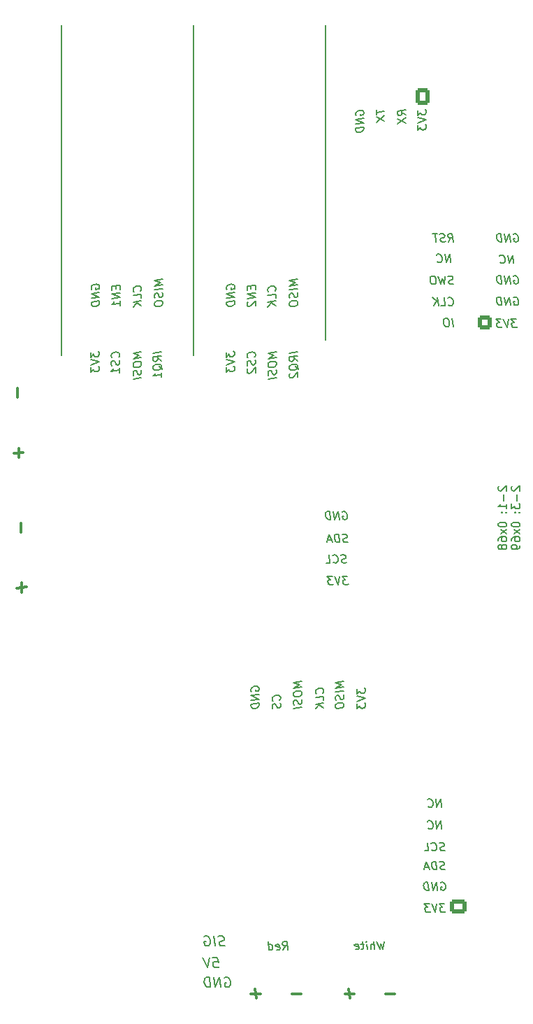
<source format=gbo>
%TF.GenerationSoftware,KiCad,Pcbnew,(6.0.7)*%
%TF.CreationDate,2023-03-12T18:49:50+01:00*%
%TF.ProjectId,Amon_board,416d6f6e-5f62-46f6-9172-642e6b696361,2.2*%
%TF.SameCoordinates,Original*%
%TF.FileFunction,Legend,Bot*%
%TF.FilePolarity,Positive*%
%FSLAX46Y46*%
G04 Gerber Fmt 4.6, Leading zero omitted, Abs format (unit mm)*
G04 Created by KiCad (PCBNEW (6.0.7)) date 2023-03-12 18:49:50*
%MOMM*%
%LPD*%
G01*
G04 APERTURE LIST*
G04 Aperture macros list*
%AMRoundRect*
0 Rectangle with rounded corners*
0 $1 Rounding radius*
0 $2 $3 $4 $5 $6 $7 $8 $9 X,Y pos of 4 corners*
0 Add a 4 corners polygon primitive as box body*
4,1,4,$2,$3,$4,$5,$6,$7,$8,$9,$2,$3,0*
0 Add four circle primitives for the rounded corners*
1,1,$1+$1,$2,$3*
1,1,$1+$1,$4,$5*
1,1,$1+$1,$6,$7*
1,1,$1+$1,$8,$9*
0 Add four rect primitives between the rounded corners*
20,1,$1+$1,$2,$3,$4,$5,0*
20,1,$1+$1,$4,$5,$6,$7,0*
20,1,$1+$1,$6,$7,$8,$9,0*
20,1,$1+$1,$8,$9,$2,$3,0*%
G04 Aperture macros list end*
%ADD10C,0.150000*%
%ADD11C,0.300000*%
%ADD12C,0.200000*%
%ADD13C,0.800000*%
%ADD14C,6.400000*%
%ADD15R,5.516000X5.516000*%
%ADD16C,5.516000*%
%ADD17R,1.700000X1.700000*%
%ADD18O,1.700000X1.700000*%
%ADD19R,2.500000X2.500000*%
%ADD20C,2.500000*%
%ADD21RoundRect,0.250000X0.600000X0.600000X-0.600000X0.600000X-0.600000X-0.600000X0.600000X-0.600000X0*%
%ADD22C,1.700000*%
%ADD23C,0.650000*%
%ADD24O,1.600000X1.000000*%
%ADD25O,2.100000X1.000000*%
%ADD26RoundRect,0.250000X0.725000X-0.600000X0.725000X0.600000X-0.725000X0.600000X-0.725000X-0.600000X0*%
%ADD27O,1.950000X1.700000*%
%ADD28C,0.900000*%
%ADD29RoundRect,0.250000X0.600000X0.725000X-0.600000X0.725000X-0.600000X-0.725000X0.600000X-0.725000X0*%
%ADD30O,1.700000X1.950000*%
%ADD31C,3.200000*%
G04 APERTURE END LIST*
D10*
X169115200Y-69936400D02*
X169115200Y-29936400D01*
X185115200Y-69936400D02*
X185115200Y-29936400D01*
X201115200Y-68000000D02*
X201115200Y-29936400D01*
D11*
X209480808Y-147223942D02*
X208337951Y-147223942D01*
D12*
X188825892Y-145246800D02*
X188933035Y-145189657D01*
X189104464Y-145189657D01*
X189283035Y-145246800D01*
X189411607Y-145361085D01*
X189483035Y-145475371D01*
X189568749Y-145703942D01*
X189590178Y-145875371D01*
X189561607Y-146103942D01*
X189518749Y-146218228D01*
X189418749Y-146332514D01*
X189254464Y-146389657D01*
X189140178Y-146389657D01*
X188961607Y-146332514D01*
X188897321Y-146275371D01*
X188847321Y-145875371D01*
X189075892Y-145875371D01*
X188397321Y-146389657D02*
X188247321Y-145189657D01*
X187711607Y-146389657D01*
X187561607Y-145189657D01*
X187140178Y-146389657D02*
X186990178Y-145189657D01*
X186704464Y-145189657D01*
X186540178Y-145246800D01*
X186440178Y-145361085D01*
X186397321Y-145475371D01*
X186368749Y-145703942D01*
X186390178Y-145875371D01*
X186475892Y-146103942D01*
X186547321Y-146218228D01*
X186675892Y-146332514D01*
X186854464Y-146389657D01*
X187140178Y-146389657D01*
X192482742Y-70088032D02*
X192530361Y-70034460D01*
X192577980Y-69885651D01*
X192577980Y-69790412D01*
X192530361Y-69653508D01*
X192435123Y-69570174D01*
X192339885Y-69534460D01*
X192149409Y-69510651D01*
X192006552Y-69528508D01*
X191816076Y-69599936D01*
X191720838Y-69659460D01*
X191625600Y-69766603D01*
X191577980Y-69915412D01*
X191577980Y-70010651D01*
X191625600Y-70147555D01*
X191673219Y-70189222D01*
X192530361Y-70463032D02*
X192577980Y-70599936D01*
X192577980Y-70838032D01*
X192530361Y-70939222D01*
X192482742Y-70992793D01*
X192387504Y-71052317D01*
X192292266Y-71064222D01*
X192197028Y-71028508D01*
X192149409Y-70986841D01*
X192101790Y-70897555D01*
X192054171Y-70713032D01*
X192006552Y-70623746D01*
X191958933Y-70582079D01*
X191863695Y-70546365D01*
X191768457Y-70558270D01*
X191673219Y-70617793D01*
X191625600Y-70671365D01*
X191577980Y-70772555D01*
X191577980Y-71010651D01*
X191625600Y-71147555D01*
X191673219Y-71522555D02*
X191625600Y-71576127D01*
X191577980Y-71677317D01*
X191577980Y-71915412D01*
X191625600Y-72004698D01*
X191673219Y-72046365D01*
X191768457Y-72082079D01*
X191863695Y-72070174D01*
X192006552Y-72004698D01*
X192577980Y-71361841D01*
X192577980Y-71980889D01*
X197708780Y-60717936D02*
X196708780Y-60842936D01*
X197423066Y-61086984D01*
X196708780Y-61509603D01*
X197708780Y-61384603D01*
X197708780Y-61860793D02*
X196708780Y-61985793D01*
X197661161Y-62295317D02*
X197708780Y-62432222D01*
X197708780Y-62670317D01*
X197661161Y-62771508D01*
X197613542Y-62825079D01*
X197518304Y-62884603D01*
X197423066Y-62896508D01*
X197327828Y-62860793D01*
X197280209Y-62819127D01*
X197232590Y-62729841D01*
X197184971Y-62545317D01*
X197137352Y-62456032D01*
X197089733Y-62414365D01*
X196994495Y-62378651D01*
X196899257Y-62390555D01*
X196804019Y-62450079D01*
X196756400Y-62503651D01*
X196708780Y-62604841D01*
X196708780Y-62842936D01*
X196756400Y-62979841D01*
X196708780Y-63604841D02*
X196708780Y-63795317D01*
X196756400Y-63884603D01*
X196851638Y-63967936D01*
X197042114Y-63991746D01*
X197375447Y-63950079D01*
X197565923Y-63878651D01*
X197661161Y-63771508D01*
X197708780Y-63670317D01*
X197708780Y-63479841D01*
X197661161Y-63390555D01*
X197565923Y-63307222D01*
X197375447Y-63283413D01*
X197042114Y-63325079D01*
X196851638Y-63396508D01*
X196756400Y-63503651D01*
X196708780Y-63604841D01*
X172629580Y-69534461D02*
X172629580Y-70153508D01*
X173010533Y-69772556D01*
X173010533Y-69915413D01*
X173058152Y-70004699D01*
X173105771Y-70046365D01*
X173201009Y-70082080D01*
X173439104Y-70052318D01*
X173534342Y-69992794D01*
X173581961Y-69939223D01*
X173629580Y-69838032D01*
X173629580Y-69552318D01*
X173581961Y-69463032D01*
X173534342Y-69421365D01*
X172629580Y-70439223D02*
X173629580Y-70647556D01*
X172629580Y-71105889D01*
X172629580Y-71343984D02*
X172629580Y-71963032D01*
X173010533Y-71582080D01*
X173010533Y-71724937D01*
X173058152Y-71814223D01*
X173105771Y-71855889D01*
X173201009Y-71891604D01*
X173439104Y-71861842D01*
X173534342Y-71802318D01*
X173581961Y-71748746D01*
X173629580Y-71647556D01*
X173629580Y-71361842D01*
X173581961Y-71272556D01*
X173534342Y-71230889D01*
D11*
X198152408Y-147223942D02*
X197009551Y-147223942D01*
D12*
X194971942Y-62110794D02*
X195019561Y-62057222D01*
X195067180Y-61908413D01*
X195067180Y-61813175D01*
X195019561Y-61676270D01*
X194924323Y-61592936D01*
X194829085Y-61557222D01*
X194638609Y-61533413D01*
X194495752Y-61551270D01*
X194305276Y-61622698D01*
X194210038Y-61682222D01*
X194114800Y-61789365D01*
X194067180Y-61938175D01*
X194067180Y-62033413D01*
X194114800Y-62170317D01*
X194162419Y-62211984D01*
X195067180Y-63003651D02*
X195067180Y-62527460D01*
X194067180Y-62652460D01*
X195067180Y-63336984D02*
X194067180Y-63461984D01*
X195067180Y-63908413D02*
X194495752Y-63551270D01*
X194067180Y-64033413D02*
X194638609Y-63390555D01*
X200763142Y-110775556D02*
X200810761Y-110721984D01*
X200858380Y-110573175D01*
X200858380Y-110477937D01*
X200810761Y-110341032D01*
X200715523Y-110257698D01*
X200620285Y-110221984D01*
X200429809Y-110198175D01*
X200286952Y-110216032D01*
X200096476Y-110287460D01*
X200001238Y-110346984D01*
X199906000Y-110454127D01*
X199858380Y-110602937D01*
X199858380Y-110698175D01*
X199906000Y-110835079D01*
X199953619Y-110876746D01*
X200858380Y-111668413D02*
X200858380Y-111192222D01*
X199858380Y-111317222D01*
X200858380Y-112001746D02*
X199858380Y-112126746D01*
X200858380Y-112573175D02*
X200286952Y-112216032D01*
X199858380Y-112698175D02*
X200429809Y-112055317D01*
X204782800Y-40867670D02*
X204735180Y-40778384D01*
X204735180Y-40635527D01*
X204782800Y-40486717D01*
X204878038Y-40379575D01*
X204973276Y-40320051D01*
X205163752Y-40248622D01*
X205306609Y-40230765D01*
X205497085Y-40254575D01*
X205592323Y-40290289D01*
X205687561Y-40373622D01*
X205735180Y-40510527D01*
X205735180Y-40605765D01*
X205687561Y-40754575D01*
X205639942Y-40808146D01*
X205306609Y-40849813D01*
X205306609Y-40659336D01*
X205735180Y-41224813D02*
X204735180Y-41349813D01*
X205735180Y-41796241D01*
X204735180Y-41921241D01*
X205735180Y-42272432D02*
X204735180Y-42397432D01*
X204735180Y-42635527D01*
X204782800Y-42772432D01*
X204878038Y-42855765D01*
X204973276Y-42891479D01*
X205163752Y-42915289D01*
X205306609Y-42897432D01*
X205497085Y-42826003D01*
X205592323Y-42766479D01*
X205687561Y-42659336D01*
X205735180Y-42510527D01*
X205735180Y-42272432D01*
X216607672Y-61263161D02*
X216470767Y-61310780D01*
X216232672Y-61310780D01*
X216131482Y-61263161D01*
X216077910Y-61215542D01*
X216018386Y-61120304D01*
X216006482Y-61025066D01*
X216042196Y-60929828D01*
X216083863Y-60882209D01*
X216173148Y-60834590D01*
X216357672Y-60786971D01*
X216446958Y-60739352D01*
X216488625Y-60691733D01*
X216524339Y-60596495D01*
X216512434Y-60501257D01*
X216452910Y-60406019D01*
X216399339Y-60358400D01*
X216298148Y-60310780D01*
X216060053Y-60310780D01*
X215923148Y-60358400D01*
X215583863Y-60310780D02*
X215470767Y-61310780D01*
X215191005Y-60596495D01*
X215089815Y-61310780D01*
X214726720Y-60310780D01*
X214155291Y-60310780D02*
X213964815Y-60310780D01*
X213875529Y-60358400D01*
X213792196Y-60453638D01*
X213768386Y-60644114D01*
X213810053Y-60977447D01*
X213881482Y-61167923D01*
X213988625Y-61263161D01*
X214089815Y-61310780D01*
X214280291Y-61310780D01*
X214369577Y-61263161D01*
X214452910Y-61167923D01*
X214476720Y-60977447D01*
X214435053Y-60644114D01*
X214363625Y-60453638D01*
X214256482Y-60358400D01*
X214155291Y-60310780D01*
X197708780Y-69504698D02*
X196708780Y-69629698D01*
X197708780Y-70552317D02*
X197232590Y-70278507D01*
X197708780Y-69980888D02*
X196708780Y-70105888D01*
X196708780Y-70486841D01*
X196756400Y-70576126D01*
X196804019Y-70617793D01*
X196899257Y-70653507D01*
X197042114Y-70635650D01*
X197137352Y-70576126D01*
X197184971Y-70522555D01*
X197232590Y-70421365D01*
X197232590Y-70040412D01*
X197804019Y-71635650D02*
X197756400Y-71546365D01*
X197661161Y-71463031D01*
X197518304Y-71338031D01*
X197470685Y-71248746D01*
X197470685Y-71153507D01*
X197708780Y-71171365D02*
X197661161Y-71082079D01*
X197565923Y-70998746D01*
X197375447Y-70974936D01*
X197042114Y-71016603D01*
X196851638Y-71088031D01*
X196756400Y-71195174D01*
X196708780Y-71296365D01*
X196708780Y-71486841D01*
X196756400Y-71576126D01*
X196851638Y-71659460D01*
X197042114Y-71683269D01*
X197375447Y-71641603D01*
X197565923Y-71570174D01*
X197661161Y-71463031D01*
X197708780Y-71361841D01*
X197708780Y-71171365D01*
X196804019Y-72093984D02*
X196756400Y-72147555D01*
X196708780Y-72248746D01*
X196708780Y-72486841D01*
X196756400Y-72576126D01*
X196804019Y-72617793D01*
X196899257Y-72653507D01*
X196994495Y-72641603D01*
X197137352Y-72576126D01*
X197708780Y-71933269D01*
X197708780Y-72552317D01*
X215154786Y-127249180D02*
X215029786Y-126249180D01*
X214583358Y-127249180D01*
X214458358Y-126249180D01*
X213523834Y-127153942D02*
X213577405Y-127201561D01*
X213726215Y-127249180D01*
X213821453Y-127249180D01*
X213958358Y-127201561D01*
X214041691Y-127106323D01*
X214077405Y-127011085D01*
X214101215Y-126820609D01*
X214083358Y-126677752D01*
X214011929Y-126487276D01*
X213952405Y-126392038D01*
X213845263Y-126296800D01*
X213696453Y-126249180D01*
X213601215Y-126249180D01*
X213464310Y-126296800D01*
X213422644Y-126344419D01*
X204887580Y-110269604D02*
X204887580Y-110888651D01*
X205268533Y-110507699D01*
X205268533Y-110650556D01*
X205316152Y-110739842D01*
X205363771Y-110781508D01*
X205459009Y-110817223D01*
X205697104Y-110787461D01*
X205792342Y-110727937D01*
X205839961Y-110674366D01*
X205887580Y-110573175D01*
X205887580Y-110287461D01*
X205839961Y-110198175D01*
X205792342Y-110156508D01*
X204887580Y-111174366D02*
X205887580Y-111382699D01*
X204887580Y-111841032D01*
X204887580Y-112079127D02*
X204887580Y-112698175D01*
X205268533Y-112317223D01*
X205268533Y-112460080D01*
X205316152Y-112549366D01*
X205363771Y-112591032D01*
X205459009Y-112626747D01*
X205697104Y-112596985D01*
X205792342Y-112537461D01*
X205839961Y-112483889D01*
X205887580Y-112382699D01*
X205887580Y-112096985D01*
X205839961Y-112007699D01*
X205792342Y-111966032D01*
X210815180Y-40796241D02*
X210338990Y-40522432D01*
X210815180Y-40224813D02*
X209815180Y-40349813D01*
X209815180Y-40730765D01*
X209862800Y-40820051D01*
X209910419Y-40861717D01*
X210005657Y-40897432D01*
X210148514Y-40879575D01*
X210243752Y-40820051D01*
X210291371Y-40766479D01*
X210338990Y-40665289D01*
X210338990Y-40284336D01*
X209815180Y-41254575D02*
X210815180Y-41796241D01*
X209815180Y-41921241D02*
X210815180Y-41129575D01*
X215577405Y-132129161D02*
X215440501Y-132176780D01*
X215202405Y-132176780D01*
X215101215Y-132129161D01*
X215047644Y-132081542D01*
X214988120Y-131986304D01*
X214976215Y-131891066D01*
X215011929Y-131795828D01*
X215053596Y-131748209D01*
X215142882Y-131700590D01*
X215327405Y-131652971D01*
X215416691Y-131605352D01*
X215458358Y-131557733D01*
X215494072Y-131462495D01*
X215482167Y-131367257D01*
X215422644Y-131272019D01*
X215369072Y-131224400D01*
X215267882Y-131176780D01*
X215029786Y-131176780D01*
X214892882Y-131224400D01*
X214583358Y-132176780D02*
X214458358Y-131176780D01*
X214220263Y-131176780D01*
X214083358Y-131224400D01*
X214000025Y-131319638D01*
X213964310Y-131414876D01*
X213940501Y-131605352D01*
X213958358Y-131748209D01*
X214029786Y-131938685D01*
X214089310Y-132033923D01*
X214196453Y-132129161D01*
X214345263Y-132176780D01*
X214583358Y-132176780D01*
X213595263Y-131891066D02*
X213119072Y-131891066D01*
X213726215Y-132176780D02*
X213267882Y-131176780D01*
X213059548Y-132176780D01*
X198216780Y-109382698D02*
X197216780Y-109507698D01*
X197931066Y-109751746D01*
X197216780Y-110174365D01*
X198216780Y-110049365D01*
X197216780Y-110841032D02*
X197216780Y-111031508D01*
X197264400Y-111120794D01*
X197359638Y-111204127D01*
X197550114Y-111227936D01*
X197883447Y-111186270D01*
X198073923Y-111114841D01*
X198169161Y-111007698D01*
X198216780Y-110906508D01*
X198216780Y-110716032D01*
X198169161Y-110626746D01*
X198073923Y-110543413D01*
X197883447Y-110519603D01*
X197550114Y-110561270D01*
X197359638Y-110632698D01*
X197264400Y-110739841D01*
X197216780Y-110841032D01*
X198169161Y-111531508D02*
X198216780Y-111668413D01*
X198216780Y-111906508D01*
X198169161Y-112007698D01*
X198121542Y-112061270D01*
X198026304Y-112120794D01*
X197931066Y-112132698D01*
X197835828Y-112096984D01*
X197788209Y-112055317D01*
X197740590Y-111966032D01*
X197692971Y-111781508D01*
X197645352Y-111692222D01*
X197597733Y-111650555D01*
X197502495Y-111614841D01*
X197407257Y-111626746D01*
X197312019Y-111686270D01*
X197264400Y-111739841D01*
X197216780Y-111841032D01*
X197216780Y-112079127D01*
X197264400Y-112216032D01*
X198216780Y-112525555D02*
X197216780Y-112650555D01*
X192054171Y-61497698D02*
X192054171Y-61831032D01*
X192577980Y-61908413D02*
X192577980Y-61432222D01*
X191577980Y-61557222D01*
X191577980Y-62033413D01*
X192577980Y-62336984D02*
X191577980Y-62461984D01*
X192577980Y-62908413D01*
X191577980Y-63033413D01*
X191673219Y-63450079D02*
X191625600Y-63503651D01*
X191577980Y-63604841D01*
X191577980Y-63842936D01*
X191625600Y-63932222D01*
X191673219Y-63973889D01*
X191768457Y-64009603D01*
X191863695Y-63997698D01*
X192006552Y-63932222D01*
X192577980Y-63289365D01*
X192577980Y-63908413D01*
X195530742Y-111632699D02*
X195578361Y-111579128D01*
X195625980Y-111430318D01*
X195625980Y-111335080D01*
X195578361Y-111198175D01*
X195483123Y-111114842D01*
X195387885Y-111079128D01*
X195197409Y-111055318D01*
X195054552Y-111073175D01*
X194864076Y-111144604D01*
X194768838Y-111204128D01*
X194673600Y-111311270D01*
X194625980Y-111460080D01*
X194625980Y-111555318D01*
X194673600Y-111692223D01*
X194721219Y-111733889D01*
X195578361Y-112007699D02*
X195625980Y-112144604D01*
X195625980Y-112382699D01*
X195578361Y-112483889D01*
X195530742Y-112537461D01*
X195435504Y-112596985D01*
X195340266Y-112608889D01*
X195245028Y-112573175D01*
X195197409Y-112531509D01*
X195149790Y-112442223D01*
X195102171Y-112257699D01*
X195054552Y-112168413D01*
X195006933Y-112126747D01*
X194911695Y-112091032D01*
X194816457Y-112102937D01*
X194721219Y-112162461D01*
X194673600Y-112216032D01*
X194625980Y-112317223D01*
X194625980Y-112555318D01*
X194673600Y-112692223D01*
X215482167Y-136307580D02*
X214863120Y-136307580D01*
X215244072Y-136688533D01*
X215101215Y-136688533D01*
X215011929Y-136736152D01*
X214970263Y-136783771D01*
X214934548Y-136879009D01*
X214964310Y-137117104D01*
X215023834Y-137212342D01*
X215077405Y-137259961D01*
X215178596Y-137307580D01*
X215464310Y-137307580D01*
X215553596Y-137259961D01*
X215595263Y-137212342D01*
X214577405Y-136307580D02*
X214369072Y-137307580D01*
X213910739Y-136307580D01*
X213672644Y-136307580D02*
X213053596Y-136307580D01*
X213434548Y-136688533D01*
X213291691Y-136688533D01*
X213202405Y-136736152D01*
X213160739Y-136783771D01*
X213125025Y-136879009D01*
X213154786Y-137117104D01*
X213214310Y-137212342D01*
X213267882Y-137259961D01*
X213369072Y-137307580D01*
X213654786Y-137307580D01*
X213744072Y-137259961D01*
X213785739Y-137212342D01*
X215154786Y-124607580D02*
X215029786Y-123607580D01*
X214583358Y-124607580D01*
X214458358Y-123607580D01*
X213523834Y-124512342D02*
X213577405Y-124559961D01*
X213726215Y-124607580D01*
X213821453Y-124607580D01*
X213958358Y-124559961D01*
X214041691Y-124464723D01*
X214077405Y-124369485D01*
X214101215Y-124179009D01*
X214083358Y-124036152D01*
X214011929Y-123845676D01*
X213952405Y-123750438D01*
X213845263Y-123655200D01*
X213696453Y-123607580D01*
X213601215Y-123607580D01*
X213464310Y-123655200D01*
X213422644Y-123702819D01*
X203107281Y-88847200D02*
X203196567Y-88799580D01*
X203339424Y-88799580D01*
X203488234Y-88847200D01*
X203595377Y-88942438D01*
X203654900Y-89037676D01*
X203726329Y-89228152D01*
X203744186Y-89371009D01*
X203720377Y-89561485D01*
X203684662Y-89656723D01*
X203601329Y-89751961D01*
X203464424Y-89799580D01*
X203369186Y-89799580D01*
X203220377Y-89751961D01*
X203166805Y-89704342D01*
X203125138Y-89371009D01*
X203315615Y-89371009D01*
X202750138Y-89799580D02*
X202625138Y-88799580D01*
X202178710Y-89799580D01*
X202053710Y-88799580D01*
X201702519Y-89799580D02*
X201577519Y-88799580D01*
X201339424Y-88799580D01*
X201202519Y-88847200D01*
X201119186Y-88942438D01*
X201083472Y-89037676D01*
X201059662Y-89228152D01*
X201077519Y-89371009D01*
X201148948Y-89561485D01*
X201208472Y-89656723D01*
X201315615Y-89751961D01*
X201464424Y-89799580D01*
X201702519Y-89799580D01*
D11*
X164241942Y-97452791D02*
X164241942Y-98595648D01*
X164813371Y-97952791D02*
X163670514Y-98095648D01*
D12*
X203720376Y-96673580D02*
X203101329Y-96673580D01*
X203482281Y-97054533D01*
X203339424Y-97054533D01*
X203250138Y-97102152D01*
X203208472Y-97149771D01*
X203172757Y-97245009D01*
X203202519Y-97483104D01*
X203262043Y-97578342D01*
X203315614Y-97625961D01*
X203416805Y-97673580D01*
X203702519Y-97673580D01*
X203791805Y-97625961D01*
X203833472Y-97578342D01*
X202815614Y-96673580D02*
X202607281Y-97673580D01*
X202148948Y-96673580D01*
X201910853Y-96673580D02*
X201291805Y-96673580D01*
X201672757Y-97054533D01*
X201529900Y-97054533D01*
X201440614Y-97102152D01*
X201398948Y-97149771D01*
X201363234Y-97245009D01*
X201392995Y-97483104D01*
X201452519Y-97578342D01*
X201506091Y-97625961D01*
X201607281Y-97673580D01*
X201892995Y-97673580D01*
X201982281Y-97625961D01*
X202023948Y-97578342D01*
X215553596Y-129843161D02*
X215416691Y-129890780D01*
X215178596Y-129890780D01*
X215077405Y-129843161D01*
X215023834Y-129795542D01*
X214964310Y-129700304D01*
X214952405Y-129605066D01*
X214988120Y-129509828D01*
X215029786Y-129462209D01*
X215119072Y-129414590D01*
X215303596Y-129366971D01*
X215392882Y-129319352D01*
X215434548Y-129271733D01*
X215470263Y-129176495D01*
X215458358Y-129081257D01*
X215398834Y-128986019D01*
X215345263Y-128938400D01*
X215244072Y-128890780D01*
X215005977Y-128890780D01*
X214869072Y-128938400D01*
X213976215Y-129795542D02*
X214029786Y-129843161D01*
X214178596Y-129890780D01*
X214273834Y-129890780D01*
X214410739Y-129843161D01*
X214494072Y-129747923D01*
X214529786Y-129652685D01*
X214553596Y-129462209D01*
X214535739Y-129319352D01*
X214464310Y-129128876D01*
X214404786Y-129033638D01*
X214297644Y-128938400D01*
X214148834Y-128890780D01*
X214053596Y-128890780D01*
X213916691Y-128938400D01*
X213875025Y-128986019D01*
X213083358Y-129890780D02*
X213559548Y-129890780D01*
X213434548Y-128890780D01*
D11*
X164140342Y-90188391D02*
X164140342Y-91331248D01*
D12*
X192082800Y-110596985D02*
X192035180Y-110507699D01*
X192035180Y-110364842D01*
X192082800Y-110216032D01*
X192178038Y-110108890D01*
X192273276Y-110049366D01*
X192463752Y-109977937D01*
X192606609Y-109960080D01*
X192797085Y-109983890D01*
X192892323Y-110019604D01*
X192987561Y-110102937D01*
X193035180Y-110239842D01*
X193035180Y-110335080D01*
X192987561Y-110483890D01*
X192939942Y-110537461D01*
X192606609Y-110579128D01*
X192606609Y-110388651D01*
X193035180Y-110954128D02*
X192035180Y-111079128D01*
X193035180Y-111525556D01*
X192035180Y-111650556D01*
X193035180Y-112001747D02*
X192035180Y-112126747D01*
X192035180Y-112364842D01*
X192082800Y-112501747D01*
X192178038Y-112585080D01*
X192273276Y-112620794D01*
X192463752Y-112644604D01*
X192606609Y-112626747D01*
X192797085Y-112555318D01*
X192892323Y-112495794D01*
X192987561Y-112388651D01*
X193035180Y-112239842D01*
X193035180Y-112001747D01*
D11*
X163886342Y-81145991D02*
X163886342Y-82288848D01*
X164457771Y-81645991D02*
X163314914Y-81788848D01*
D12*
X215994577Y-56179980D02*
X216268387Y-55703790D01*
X216566006Y-56179980D02*
X216441006Y-55179980D01*
X216060053Y-55179980D01*
X215970768Y-55227600D01*
X215929101Y-55275219D01*
X215893387Y-55370457D01*
X215911244Y-55513314D01*
X215970768Y-55608552D01*
X216024339Y-55656171D01*
X216125530Y-55703790D01*
X216506482Y-55703790D01*
X215607672Y-56132361D02*
X215470768Y-56179980D01*
X215232672Y-56179980D01*
X215131482Y-56132361D01*
X215077911Y-56084742D01*
X215018387Y-55989504D01*
X215006482Y-55894266D01*
X215042196Y-55799028D01*
X215083863Y-55751409D01*
X215173149Y-55703790D01*
X215357672Y-55656171D01*
X215446958Y-55608552D01*
X215488625Y-55560933D01*
X215524339Y-55465695D01*
X215512434Y-55370457D01*
X215452911Y-55275219D01*
X215399339Y-55227600D01*
X215298149Y-55179980D01*
X215060053Y-55179980D01*
X214923149Y-55227600D01*
X214631482Y-55179980D02*
X214060053Y-55179980D01*
X214470768Y-56179980D02*
X214345768Y-55179980D01*
X181198780Y-69504698D02*
X180198780Y-69629698D01*
X181198780Y-70552317D02*
X180722590Y-70278507D01*
X181198780Y-69980888D02*
X180198780Y-70105888D01*
X180198780Y-70486841D01*
X180246400Y-70576126D01*
X180294019Y-70617793D01*
X180389257Y-70653507D01*
X180532114Y-70635650D01*
X180627352Y-70576126D01*
X180674971Y-70522555D01*
X180722590Y-70421365D01*
X180722590Y-70040412D01*
X181294019Y-71635650D02*
X181246400Y-71546365D01*
X181151161Y-71463031D01*
X181008304Y-71338031D01*
X180960685Y-71248746D01*
X180960685Y-71153507D01*
X181198780Y-71171365D02*
X181151161Y-71082079D01*
X181055923Y-70998746D01*
X180865447Y-70974936D01*
X180532114Y-71016603D01*
X180341638Y-71088031D01*
X180246400Y-71195174D01*
X180198780Y-71296365D01*
X180198780Y-71486841D01*
X180246400Y-71576126D01*
X180341638Y-71659460D01*
X180532114Y-71683269D01*
X180865447Y-71641603D01*
X181055923Y-71570174D01*
X181151161Y-71463031D01*
X181198780Y-71361841D01*
X181198780Y-71171365D01*
X181198780Y-72552317D02*
X181198780Y-71980888D01*
X181198780Y-72266603D02*
X180198780Y-72391603D01*
X180341638Y-72278507D01*
X180436876Y-72171365D01*
X180484495Y-72070174D01*
X223851129Y-62898400D02*
X223940415Y-62850780D01*
X224083272Y-62850780D01*
X224232082Y-62898400D01*
X224339225Y-62993638D01*
X224398748Y-63088876D01*
X224470177Y-63279352D01*
X224488034Y-63422209D01*
X224464225Y-63612685D01*
X224428510Y-63707923D01*
X224345177Y-63803161D01*
X224208272Y-63850780D01*
X224113034Y-63850780D01*
X223964225Y-63803161D01*
X223910653Y-63755542D01*
X223868986Y-63422209D01*
X224059463Y-63422209D01*
X223493986Y-63850780D02*
X223368986Y-62850780D01*
X222922558Y-63850780D01*
X222797558Y-62850780D01*
X222446367Y-63850780D02*
X222321367Y-62850780D01*
X222083272Y-62850780D01*
X221946367Y-62898400D01*
X221863034Y-62993638D01*
X221827320Y-63088876D01*
X221803510Y-63279352D01*
X221821367Y-63422209D01*
X221892796Y-63612685D01*
X221952320Y-63707923D01*
X222059463Y-63803161D01*
X222208272Y-63850780D01*
X222446367Y-63850780D01*
X215982672Y-63806342D02*
X216036244Y-63853961D01*
X216185053Y-63901580D01*
X216280292Y-63901580D01*
X216417196Y-63853961D01*
X216500530Y-63758723D01*
X216536244Y-63663485D01*
X216560053Y-63473009D01*
X216542196Y-63330152D01*
X216470768Y-63139676D01*
X216411244Y-63044438D01*
X216304101Y-62949200D01*
X216155292Y-62901580D01*
X216060053Y-62901580D01*
X215923149Y-62949200D01*
X215881482Y-62996819D01*
X215089815Y-63901580D02*
X215566006Y-63901580D01*
X215441006Y-62901580D01*
X214756482Y-63901580D02*
X214631482Y-62901580D01*
X214185053Y-63901580D02*
X214542196Y-63330152D01*
X214060053Y-62901580D02*
X214702911Y-63473009D01*
X188904464Y-141339114D02*
X188740179Y-141396257D01*
X188454464Y-141396257D01*
X188333036Y-141339114D01*
X188268750Y-141281971D01*
X188197321Y-141167685D01*
X188183036Y-141053400D01*
X188225893Y-140939114D01*
X188275893Y-140881971D01*
X188383036Y-140824828D01*
X188604464Y-140767685D01*
X188711607Y-140710542D01*
X188761607Y-140653400D01*
X188804464Y-140539114D01*
X188790179Y-140424828D01*
X188718750Y-140310542D01*
X188654464Y-140253400D01*
X188533036Y-140196257D01*
X188247321Y-140196257D01*
X188083036Y-140253400D01*
X187711607Y-141396257D02*
X187561607Y-140196257D01*
X186368750Y-140253400D02*
X186475893Y-140196257D01*
X186647321Y-140196257D01*
X186825893Y-140253400D01*
X186954464Y-140367685D01*
X187025893Y-140481971D01*
X187111607Y-140710542D01*
X187133036Y-140881971D01*
X187104464Y-141110542D01*
X187061607Y-141224828D01*
X186961607Y-141339114D01*
X186797321Y-141396257D01*
X186683036Y-141396257D01*
X186504464Y-141339114D01*
X186440179Y-141281971D01*
X186390179Y-140881971D01*
X186618750Y-140881971D01*
X176023542Y-70088032D02*
X176071161Y-70034460D01*
X176118780Y-69885651D01*
X176118780Y-69790412D01*
X176071161Y-69653508D01*
X175975923Y-69570174D01*
X175880685Y-69534460D01*
X175690209Y-69510651D01*
X175547352Y-69528508D01*
X175356876Y-69599936D01*
X175261638Y-69659460D01*
X175166400Y-69766603D01*
X175118780Y-69915412D01*
X175118780Y-70010651D01*
X175166400Y-70147555D01*
X175214019Y-70189222D01*
X176071161Y-70463032D02*
X176118780Y-70599936D01*
X176118780Y-70838032D01*
X176071161Y-70939222D01*
X176023542Y-70992793D01*
X175928304Y-71052317D01*
X175833066Y-71064222D01*
X175737828Y-71028508D01*
X175690209Y-70986841D01*
X175642590Y-70897555D01*
X175594971Y-70713032D01*
X175547352Y-70623746D01*
X175499733Y-70582079D01*
X175404495Y-70546365D01*
X175309257Y-70558270D01*
X175214019Y-70617793D01*
X175166400Y-70671365D01*
X175118780Y-70772555D01*
X175118780Y-71010651D01*
X175166400Y-71147555D01*
X176118780Y-71980889D02*
X176118780Y-71409460D01*
X176118780Y-71695174D02*
X175118780Y-71820174D01*
X175261638Y-71707079D01*
X175356876Y-71599936D01*
X175404495Y-71498746D01*
X224178510Y-65543180D02*
X223559463Y-65543180D01*
X223940415Y-65924133D01*
X223797558Y-65924133D01*
X223708272Y-65971752D01*
X223666606Y-66019371D01*
X223630891Y-66114609D01*
X223660653Y-66352704D01*
X223720177Y-66447942D01*
X223773748Y-66495561D01*
X223874939Y-66543180D01*
X224160653Y-66543180D01*
X224249939Y-66495561D01*
X224291606Y-66447942D01*
X223273748Y-65543180D02*
X223065415Y-66543180D01*
X222607082Y-65543180D01*
X222368987Y-65543180D02*
X221749939Y-65543180D01*
X222130891Y-65924133D01*
X221988034Y-65924133D01*
X221898748Y-65971752D01*
X221857082Y-66019371D01*
X221821368Y-66114609D01*
X221851129Y-66352704D01*
X221910653Y-66447942D01*
X221964225Y-66495561D01*
X222065415Y-66543180D01*
X222351129Y-66543180D01*
X222440415Y-66495561D01*
X222482082Y-66447942D01*
X203791805Y-92495161D02*
X203654901Y-92542780D01*
X203416805Y-92542780D01*
X203315615Y-92495161D01*
X203262044Y-92447542D01*
X203202520Y-92352304D01*
X203190615Y-92257066D01*
X203226329Y-92161828D01*
X203267996Y-92114209D01*
X203357282Y-92066590D01*
X203541805Y-92018971D01*
X203631091Y-91971352D01*
X203672758Y-91923733D01*
X203708472Y-91828495D01*
X203696567Y-91733257D01*
X203637044Y-91638019D01*
X203583472Y-91590400D01*
X203482282Y-91542780D01*
X203244186Y-91542780D01*
X203107282Y-91590400D01*
X202797758Y-92542780D02*
X202672758Y-91542780D01*
X202434663Y-91542780D01*
X202297758Y-91590400D01*
X202214425Y-91685638D01*
X202178710Y-91780876D01*
X202154901Y-91971352D01*
X202172758Y-92114209D01*
X202244186Y-92304685D01*
X202303710Y-92399923D01*
X202410853Y-92495161D01*
X202559663Y-92542780D01*
X202797758Y-92542780D01*
X201809663Y-92257066D02*
X201333472Y-92257066D01*
X201940615Y-92542780D02*
X201482282Y-91542780D01*
X201273948Y-92542780D01*
X223851129Y-55227600D02*
X223940415Y-55179980D01*
X224083272Y-55179980D01*
X224232082Y-55227600D01*
X224339225Y-55322838D01*
X224398748Y-55418076D01*
X224470177Y-55608552D01*
X224488034Y-55751409D01*
X224464225Y-55941885D01*
X224428510Y-56037123D01*
X224345177Y-56132361D01*
X224208272Y-56179980D01*
X224113034Y-56179980D01*
X223964225Y-56132361D01*
X223910653Y-56084742D01*
X223868986Y-55751409D01*
X224059463Y-55751409D01*
X223493986Y-56179980D02*
X223368986Y-55179980D01*
X222922558Y-56179980D01*
X222797558Y-55179980D01*
X222446367Y-56179980D02*
X222321367Y-55179980D01*
X222083272Y-55179980D01*
X221946367Y-55227600D01*
X221863034Y-55322838D01*
X221827320Y-55418076D01*
X221803510Y-55608552D01*
X221821367Y-55751409D01*
X221892796Y-55941885D01*
X221952320Y-56037123D01*
X222059463Y-56132361D01*
X222208272Y-56179980D01*
X222446367Y-56179980D01*
X207224380Y-40206955D02*
X207224380Y-40778384D01*
X208224380Y-40367669D02*
X207224380Y-40492669D01*
X207224380Y-41016479D02*
X208224380Y-41558146D01*
X207224380Y-41683146D02*
X208224380Y-40891479D01*
X195941301Y-141879580D02*
X196215110Y-141403390D01*
X196512729Y-141879580D02*
X196387729Y-140879580D01*
X196006777Y-140879580D01*
X195917491Y-140927200D01*
X195875825Y-140974819D01*
X195840110Y-141070057D01*
X195857967Y-141212914D01*
X195917491Y-141308152D01*
X195971063Y-141355771D01*
X196072253Y-141403390D01*
X196453205Y-141403390D01*
X195125825Y-141831961D02*
X195227015Y-141879580D01*
X195417491Y-141879580D01*
X195506777Y-141831961D01*
X195542491Y-141736723D01*
X195494872Y-141355771D01*
X195435348Y-141260533D01*
X195334158Y-141212914D01*
X195143682Y-141212914D01*
X195054396Y-141260533D01*
X195018682Y-141355771D01*
X195030586Y-141451009D01*
X195518682Y-141546247D01*
X194227015Y-141879580D02*
X194102015Y-140879580D01*
X194221063Y-141831961D02*
X194322253Y-141879580D01*
X194512729Y-141879580D01*
X194602015Y-141831961D01*
X194643682Y-141784342D01*
X194679396Y-141689104D01*
X194643682Y-141403390D01*
X194584158Y-141308152D01*
X194530586Y-141260533D01*
X194429396Y-141212914D01*
X194238920Y-141212914D01*
X194149634Y-141260533D01*
X195117980Y-69504698D02*
X194117980Y-69629698D01*
X194832266Y-69873746D01*
X194117980Y-70296365D01*
X195117980Y-70171365D01*
X194117980Y-70963032D02*
X194117980Y-71153508D01*
X194165600Y-71242794D01*
X194260838Y-71326127D01*
X194451314Y-71349936D01*
X194784647Y-71308270D01*
X194975123Y-71236841D01*
X195070361Y-71129698D01*
X195117980Y-71028508D01*
X195117980Y-70838032D01*
X195070361Y-70748746D01*
X194975123Y-70665413D01*
X194784647Y-70641603D01*
X194451314Y-70683270D01*
X194260838Y-70754698D01*
X194165600Y-70861841D01*
X194117980Y-70963032D01*
X195070361Y-71653508D02*
X195117980Y-71790413D01*
X195117980Y-72028508D01*
X195070361Y-72129698D01*
X195022742Y-72183270D01*
X194927504Y-72242794D01*
X194832266Y-72254698D01*
X194737028Y-72218984D01*
X194689409Y-72177317D01*
X194641790Y-72088032D01*
X194594171Y-71903508D01*
X194546552Y-71814222D01*
X194498933Y-71772555D01*
X194403695Y-71736841D01*
X194308457Y-71748746D01*
X194213219Y-71808270D01*
X194165600Y-71861841D01*
X194117980Y-71963032D01*
X194117980Y-72201127D01*
X194165600Y-72338032D01*
X195117980Y-72647555D02*
X194117980Y-72772555D01*
X216566006Y-66441580D02*
X216441006Y-65441580D01*
X215774339Y-65441580D02*
X215583863Y-65441580D01*
X215494577Y-65489200D01*
X215411244Y-65584438D01*
X215387434Y-65774914D01*
X215429101Y-66108247D01*
X215500529Y-66298723D01*
X215607672Y-66393961D01*
X215708863Y-66441580D01*
X215899339Y-66441580D01*
X215988625Y-66393961D01*
X216071958Y-66298723D01*
X216095768Y-66108247D01*
X216054101Y-65774914D01*
X215982672Y-65584438D01*
X215875529Y-65489200D01*
X215774339Y-65441580D01*
D10*
X222110219Y-85727066D02*
X222062600Y-85774685D01*
X222014980Y-85869923D01*
X222014980Y-86108019D01*
X222062600Y-86203257D01*
X222110219Y-86250876D01*
X222205457Y-86298495D01*
X222300695Y-86298495D01*
X222443552Y-86250876D01*
X223014980Y-85679447D01*
X223014980Y-86298495D01*
X222634028Y-86727066D02*
X222634028Y-87488971D01*
X223014980Y-88488971D02*
X223014980Y-87917542D01*
X223014980Y-88203257D02*
X222014980Y-88203257D01*
X222157838Y-88108019D01*
X222253076Y-88012780D01*
X222300695Y-87917542D01*
X222919742Y-88917542D02*
X222967361Y-88965161D01*
X223014980Y-88917542D01*
X222967361Y-88869923D01*
X222919742Y-88917542D01*
X223014980Y-88917542D01*
X222395933Y-88917542D02*
X222443552Y-88965161D01*
X222491171Y-88917542D01*
X222443552Y-88869923D01*
X222395933Y-88917542D01*
X222491171Y-88917542D01*
X222014980Y-90346114D02*
X222014980Y-90441352D01*
X222062600Y-90536590D01*
X222110219Y-90584209D01*
X222205457Y-90631828D01*
X222395933Y-90679447D01*
X222634028Y-90679447D01*
X222824504Y-90631828D01*
X222919742Y-90584209D01*
X222967361Y-90536590D01*
X223014980Y-90441352D01*
X223014980Y-90346114D01*
X222967361Y-90250876D01*
X222919742Y-90203257D01*
X222824504Y-90155638D01*
X222634028Y-90108019D01*
X222395933Y-90108019D01*
X222205457Y-90155638D01*
X222110219Y-90203257D01*
X222062600Y-90250876D01*
X222014980Y-90346114D01*
X223014980Y-91012780D02*
X222348314Y-91536590D01*
X222348314Y-91012780D02*
X223014980Y-91536590D01*
X222014980Y-92346114D02*
X222014980Y-92155638D01*
X222062600Y-92060400D01*
X222110219Y-92012780D01*
X222253076Y-91917542D01*
X222443552Y-91869923D01*
X222824504Y-91869923D01*
X222919742Y-91917542D01*
X222967361Y-91965161D01*
X223014980Y-92060400D01*
X223014980Y-92250876D01*
X222967361Y-92346114D01*
X222919742Y-92393733D01*
X222824504Y-92441352D01*
X222586409Y-92441352D01*
X222491171Y-92393733D01*
X222443552Y-92346114D01*
X222395933Y-92250876D01*
X222395933Y-92060400D01*
X222443552Y-91965161D01*
X222491171Y-91917542D01*
X222586409Y-91869923D01*
X222443552Y-93012780D02*
X222395933Y-92917542D01*
X222348314Y-92869923D01*
X222253076Y-92822304D01*
X222205457Y-92822304D01*
X222110219Y-92869923D01*
X222062600Y-92917542D01*
X222014980Y-93012780D01*
X222014980Y-93203257D01*
X222062600Y-93298495D01*
X222110219Y-93346114D01*
X222205457Y-93393733D01*
X222253076Y-93393733D01*
X222348314Y-93346114D01*
X222395933Y-93298495D01*
X222443552Y-93203257D01*
X222443552Y-93012780D01*
X222491171Y-92917542D01*
X222538790Y-92869923D01*
X222634028Y-92822304D01*
X222824504Y-92822304D01*
X222919742Y-92869923D01*
X222967361Y-92917542D01*
X223014980Y-93012780D01*
X223014980Y-93203257D01*
X222967361Y-93298495D01*
X222919742Y-93346114D01*
X222824504Y-93393733D01*
X222634028Y-93393733D01*
X222538790Y-93346114D01*
X222491171Y-93298495D01*
X222443552Y-93203257D01*
X223720219Y-85727066D02*
X223672600Y-85774685D01*
X223624980Y-85869923D01*
X223624980Y-86108019D01*
X223672600Y-86203257D01*
X223720219Y-86250876D01*
X223815457Y-86298495D01*
X223910695Y-86298495D01*
X224053552Y-86250876D01*
X224624980Y-85679447D01*
X224624980Y-86298495D01*
X224244028Y-86727066D02*
X224244028Y-87488971D01*
X223624980Y-87869923D02*
X223624980Y-88488971D01*
X224005933Y-88155638D01*
X224005933Y-88298495D01*
X224053552Y-88393733D01*
X224101171Y-88441352D01*
X224196409Y-88488971D01*
X224434504Y-88488971D01*
X224529742Y-88441352D01*
X224577361Y-88393733D01*
X224624980Y-88298495D01*
X224624980Y-88012780D01*
X224577361Y-87917542D01*
X224529742Y-87869923D01*
X224529742Y-88917542D02*
X224577361Y-88965161D01*
X224624980Y-88917542D01*
X224577361Y-88869923D01*
X224529742Y-88917542D01*
X224624980Y-88917542D01*
X224005933Y-88917542D02*
X224053552Y-88965161D01*
X224101171Y-88917542D01*
X224053552Y-88869923D01*
X224005933Y-88917542D01*
X224101171Y-88917542D01*
X223624980Y-90346114D02*
X223624980Y-90441352D01*
X223672600Y-90536590D01*
X223720219Y-90584209D01*
X223815457Y-90631828D01*
X224005933Y-90679447D01*
X224244028Y-90679447D01*
X224434504Y-90631828D01*
X224529742Y-90584209D01*
X224577361Y-90536590D01*
X224624980Y-90441352D01*
X224624980Y-90346114D01*
X224577361Y-90250876D01*
X224529742Y-90203257D01*
X224434504Y-90155638D01*
X224244028Y-90108019D01*
X224005933Y-90108019D01*
X223815457Y-90155638D01*
X223720219Y-90203257D01*
X223672600Y-90250876D01*
X223624980Y-90346114D01*
X224624980Y-91012780D02*
X223958314Y-91536590D01*
X223958314Y-91012780D02*
X224624980Y-91536590D01*
X223624980Y-92346114D02*
X223624980Y-92155638D01*
X223672600Y-92060400D01*
X223720219Y-92012780D01*
X223863076Y-91917542D01*
X224053552Y-91869923D01*
X224434504Y-91869923D01*
X224529742Y-91917542D01*
X224577361Y-91965161D01*
X224624980Y-92060400D01*
X224624980Y-92250876D01*
X224577361Y-92346114D01*
X224529742Y-92393733D01*
X224434504Y-92441352D01*
X224196409Y-92441352D01*
X224101171Y-92393733D01*
X224053552Y-92346114D01*
X224005933Y-92250876D01*
X224005933Y-92060400D01*
X224053552Y-91965161D01*
X224101171Y-91917542D01*
X224196409Y-91869923D01*
X224624980Y-92917542D02*
X224624980Y-93108019D01*
X224577361Y-93203257D01*
X224529742Y-93250876D01*
X224386885Y-93346114D01*
X224196409Y-93393733D01*
X223815457Y-93393733D01*
X223720219Y-93346114D01*
X223672600Y-93298495D01*
X223624980Y-93203257D01*
X223624980Y-93012780D01*
X223672600Y-92917542D01*
X223720219Y-92869923D01*
X223815457Y-92822304D01*
X224053552Y-92822304D01*
X224148790Y-92869923D01*
X224196409Y-92917542D01*
X224244028Y-93012780D01*
X224244028Y-93203257D01*
X224196409Y-93298495D01*
X224148790Y-93346114D01*
X224053552Y-93393733D01*
D12*
X212253580Y-40254575D02*
X212253580Y-40873622D01*
X212634533Y-40492670D01*
X212634533Y-40635527D01*
X212682152Y-40724813D01*
X212729771Y-40766479D01*
X212825009Y-40802194D01*
X213063104Y-40772432D01*
X213158342Y-40712908D01*
X213205961Y-40659337D01*
X213253580Y-40558146D01*
X213253580Y-40272432D01*
X213205961Y-40183146D01*
X213158342Y-40141479D01*
X212253580Y-41159337D02*
X213253580Y-41367670D01*
X212253580Y-41826003D01*
X212253580Y-42064098D02*
X212253580Y-42683146D01*
X212634533Y-42302194D01*
X212634533Y-42445051D01*
X212682152Y-42534337D01*
X212729771Y-42576003D01*
X212825009Y-42611718D01*
X213063104Y-42581956D01*
X213158342Y-42522432D01*
X213205961Y-42468860D01*
X213253580Y-42367670D01*
X213253580Y-42081956D01*
X213205961Y-41992670D01*
X213158342Y-41951003D01*
D11*
X163784742Y-73881591D02*
X163784742Y-75024448D01*
D12*
X175645771Y-61497698D02*
X175645771Y-61831032D01*
X176169580Y-61908413D02*
X176169580Y-61432222D01*
X175169580Y-61557222D01*
X175169580Y-62033413D01*
X176169580Y-62336984D02*
X175169580Y-62461984D01*
X176169580Y-62908413D01*
X175169580Y-63033413D01*
X176169580Y-63908413D02*
X176169580Y-63336984D01*
X176169580Y-63622698D02*
X175169580Y-63747698D01*
X175312438Y-63634603D01*
X175407676Y-63527460D01*
X175455295Y-63426270D01*
X215011929Y-133713600D02*
X215101215Y-133665980D01*
X215244072Y-133665980D01*
X215392882Y-133713600D01*
X215500025Y-133808838D01*
X215559548Y-133904076D01*
X215630977Y-134094552D01*
X215648834Y-134237409D01*
X215625025Y-134427885D01*
X215589310Y-134523123D01*
X215505977Y-134618361D01*
X215369072Y-134665980D01*
X215273834Y-134665980D01*
X215125025Y-134618361D01*
X215071453Y-134570742D01*
X215029786Y-134237409D01*
X215220263Y-134237409D01*
X214654786Y-134665980D02*
X214529786Y-133665980D01*
X214083358Y-134665980D01*
X213958358Y-133665980D01*
X213607167Y-134665980D02*
X213482167Y-133665980D01*
X213244072Y-133665980D01*
X213107167Y-133713600D01*
X213023834Y-133808838D01*
X212988120Y-133904076D01*
X212964310Y-134094552D01*
X212982167Y-134237409D01*
X213053596Y-134427885D01*
X213113120Y-134523123D01*
X213220263Y-134618361D01*
X213369072Y-134665980D01*
X213607167Y-134665980D01*
X181351180Y-60717936D02*
X180351180Y-60842936D01*
X181065466Y-61086984D01*
X180351180Y-61509603D01*
X181351180Y-61384603D01*
X181351180Y-61860793D02*
X180351180Y-61985793D01*
X181303561Y-62295317D02*
X181351180Y-62432222D01*
X181351180Y-62670317D01*
X181303561Y-62771508D01*
X181255942Y-62825079D01*
X181160704Y-62884603D01*
X181065466Y-62896508D01*
X180970228Y-62860793D01*
X180922609Y-62819127D01*
X180874990Y-62729841D01*
X180827371Y-62545317D01*
X180779752Y-62456032D01*
X180732133Y-62414365D01*
X180636895Y-62378651D01*
X180541657Y-62390555D01*
X180446419Y-62450079D01*
X180398800Y-62503651D01*
X180351180Y-62604841D01*
X180351180Y-62842936D01*
X180398800Y-62979841D01*
X180351180Y-63604841D02*
X180351180Y-63795317D01*
X180398800Y-63884603D01*
X180494038Y-63967936D01*
X180684514Y-63991746D01*
X181017847Y-63950079D01*
X181208323Y-63878651D01*
X181303561Y-63771508D01*
X181351180Y-63670317D01*
X181351180Y-63479841D01*
X181303561Y-63390555D01*
X181208323Y-63307222D01*
X181017847Y-63283413D01*
X180684514Y-63325079D01*
X180494038Y-63396508D01*
X180398800Y-63503651D01*
X180351180Y-63604841D01*
X172728000Y-61932223D02*
X172680380Y-61842937D01*
X172680380Y-61700080D01*
X172728000Y-61551270D01*
X172823238Y-61444128D01*
X172918476Y-61384604D01*
X173108952Y-61313175D01*
X173251809Y-61295318D01*
X173442285Y-61319128D01*
X173537523Y-61354842D01*
X173632761Y-61438175D01*
X173680380Y-61575080D01*
X173680380Y-61670318D01*
X173632761Y-61819128D01*
X173585142Y-61872699D01*
X173251809Y-61914366D01*
X173251809Y-61723889D01*
X173680380Y-62289366D02*
X172680380Y-62414366D01*
X173680380Y-62860794D01*
X172680380Y-62985794D01*
X173680380Y-63336985D02*
X172680380Y-63461985D01*
X172680380Y-63700080D01*
X172728000Y-63836985D01*
X172823238Y-63920318D01*
X172918476Y-63956032D01*
X173108952Y-63979842D01*
X173251809Y-63961985D01*
X173442285Y-63890556D01*
X173537523Y-63831032D01*
X173632761Y-63723889D01*
X173680380Y-63575080D01*
X173680380Y-63336985D01*
X178760380Y-69504698D02*
X177760380Y-69629698D01*
X178474666Y-69873746D01*
X177760380Y-70296365D01*
X178760380Y-70171365D01*
X177760380Y-70963032D02*
X177760380Y-71153508D01*
X177808000Y-71242794D01*
X177903238Y-71326127D01*
X178093714Y-71349936D01*
X178427047Y-71308270D01*
X178617523Y-71236841D01*
X178712761Y-71129698D01*
X178760380Y-71028508D01*
X178760380Y-70838032D01*
X178712761Y-70748746D01*
X178617523Y-70665413D01*
X178427047Y-70641603D01*
X178093714Y-70683270D01*
X177903238Y-70754698D01*
X177808000Y-70861841D01*
X177760380Y-70963032D01*
X178712761Y-71653508D02*
X178760380Y-71790413D01*
X178760380Y-72028508D01*
X178712761Y-72129698D01*
X178665142Y-72183270D01*
X178569904Y-72242794D01*
X178474666Y-72254698D01*
X178379428Y-72218984D01*
X178331809Y-72177317D01*
X178284190Y-72088032D01*
X178236571Y-71903508D01*
X178188952Y-71814222D01*
X178141333Y-71772555D01*
X178046095Y-71736841D01*
X177950857Y-71748746D01*
X177855619Y-71808270D01*
X177808000Y-71861841D01*
X177760380Y-71963032D01*
X177760380Y-72201127D01*
X177808000Y-72338032D01*
X178760380Y-72647555D02*
X177760380Y-72772555D01*
X203615596Y-94994361D02*
X203478691Y-95041980D01*
X203240596Y-95041980D01*
X203139405Y-94994361D01*
X203085834Y-94946742D01*
X203026310Y-94851504D01*
X203014405Y-94756266D01*
X203050120Y-94661028D01*
X203091786Y-94613409D01*
X203181072Y-94565790D01*
X203365596Y-94518171D01*
X203454882Y-94470552D01*
X203496548Y-94422933D01*
X203532263Y-94327695D01*
X203520358Y-94232457D01*
X203460834Y-94137219D01*
X203407263Y-94089600D01*
X203306072Y-94041980D01*
X203067977Y-94041980D01*
X202931072Y-94089600D01*
X202038215Y-94946742D02*
X202091786Y-94994361D01*
X202240596Y-95041980D01*
X202335834Y-95041980D01*
X202472739Y-94994361D01*
X202556072Y-94899123D01*
X202591786Y-94803885D01*
X202615596Y-94613409D01*
X202597739Y-94470552D01*
X202526310Y-94280076D01*
X202466786Y-94184838D01*
X202359644Y-94089600D01*
X202210834Y-94041980D01*
X202115596Y-94041980D01*
X201978691Y-94089600D01*
X201937025Y-94137219D01*
X201145358Y-95041980D02*
X201621548Y-95041980D01*
X201496548Y-94041980D01*
X223851129Y-60307600D02*
X223940415Y-60259980D01*
X224083272Y-60259980D01*
X224232082Y-60307600D01*
X224339225Y-60402838D01*
X224398748Y-60498076D01*
X224470177Y-60688552D01*
X224488034Y-60831409D01*
X224464225Y-61021885D01*
X224428510Y-61117123D01*
X224345177Y-61212361D01*
X224208272Y-61259980D01*
X224113034Y-61259980D01*
X223964225Y-61212361D01*
X223910653Y-61164742D01*
X223868986Y-60831409D01*
X224059463Y-60831409D01*
X223493986Y-61259980D02*
X223368986Y-60259980D01*
X222922558Y-61259980D01*
X222797558Y-60259980D01*
X222446367Y-61259980D02*
X222321367Y-60259980D01*
X222083272Y-60259980D01*
X221946367Y-60307600D01*
X221863034Y-60402838D01*
X221827320Y-60498076D01*
X221803510Y-60688552D01*
X221821367Y-60831409D01*
X221892796Y-61021885D01*
X221952320Y-61117123D01*
X222059463Y-61212361D01*
X222208272Y-61259980D01*
X222446367Y-61259980D01*
X208152605Y-140828780D02*
X208039510Y-141828780D01*
X207759748Y-141114495D01*
X207658558Y-141828780D01*
X207295463Y-140828780D01*
X207039510Y-141828780D02*
X206914510Y-140828780D01*
X206610939Y-141828780D02*
X206545463Y-141304971D01*
X206581177Y-141209733D01*
X206670463Y-141162114D01*
X206813320Y-141162114D01*
X206914510Y-141209733D01*
X206968082Y-141257352D01*
X206134748Y-141828780D02*
X206051415Y-141162114D01*
X206009748Y-140828780D02*
X206063320Y-140876400D01*
X206021653Y-140924019D01*
X205968082Y-140876400D01*
X206009748Y-140828780D01*
X206021653Y-140924019D01*
X205718082Y-141162114D02*
X205337129Y-141162114D01*
X205533558Y-140828780D02*
X205640701Y-141685923D01*
X205604986Y-141781161D01*
X205515701Y-141828780D01*
X205420463Y-141828780D01*
X204700225Y-141781161D02*
X204801415Y-141828780D01*
X204991891Y-141828780D01*
X205081177Y-141781161D01*
X205116891Y-141685923D01*
X205069272Y-141304971D01*
X205009748Y-141209733D01*
X204908558Y-141162114D01*
X204718082Y-141162114D01*
X204628796Y-141209733D01*
X204593082Y-141304971D01*
X204604986Y-141400209D01*
X205093082Y-141495447D01*
X216272386Y-58669180D02*
X216147386Y-57669180D01*
X215700958Y-58669180D01*
X215575958Y-57669180D01*
X214641434Y-58573942D02*
X214695005Y-58621561D01*
X214843815Y-58669180D01*
X214939053Y-58669180D01*
X215075958Y-58621561D01*
X215159291Y-58526323D01*
X215195005Y-58431085D01*
X215218815Y-58240609D01*
X215200958Y-58097752D01*
X215129529Y-57907276D01*
X215070005Y-57812038D01*
X214962863Y-57716800D01*
X214814053Y-57669180D01*
X214718815Y-57669180D01*
X214581910Y-57716800D01*
X214540244Y-57764419D01*
X189037980Y-69534461D02*
X189037980Y-70153508D01*
X189418933Y-69772556D01*
X189418933Y-69915413D01*
X189466552Y-70004699D01*
X189514171Y-70046365D01*
X189609409Y-70082080D01*
X189847504Y-70052318D01*
X189942742Y-69992794D01*
X189990361Y-69939223D01*
X190037980Y-69838032D01*
X190037980Y-69552318D01*
X189990361Y-69463032D01*
X189942742Y-69421365D01*
X189037980Y-70439223D02*
X190037980Y-70647556D01*
X189037980Y-71105889D01*
X189037980Y-71343984D02*
X189037980Y-71963032D01*
X189418933Y-71582080D01*
X189418933Y-71724937D01*
X189466552Y-71814223D01*
X189514171Y-71855889D01*
X189609409Y-71891604D01*
X189847504Y-71861842D01*
X189942742Y-71802318D01*
X189990361Y-71748746D01*
X190037980Y-71647556D01*
X190037980Y-71361842D01*
X189990361Y-71272556D01*
X189942742Y-71230889D01*
D11*
X204553208Y-147173142D02*
X203410351Y-147173142D01*
X204053208Y-147744571D02*
X203910351Y-146601714D01*
D12*
X178665142Y-62110794D02*
X178712761Y-62057222D01*
X178760380Y-61908413D01*
X178760380Y-61813175D01*
X178712761Y-61676270D01*
X178617523Y-61592936D01*
X178522285Y-61557222D01*
X178331809Y-61533413D01*
X178188952Y-61551270D01*
X177998476Y-61622698D01*
X177903238Y-61682222D01*
X177808000Y-61789365D01*
X177760380Y-61938175D01*
X177760380Y-62033413D01*
X177808000Y-62170317D01*
X177855619Y-62211984D01*
X178760380Y-63003651D02*
X178760380Y-62527460D01*
X177760380Y-62652460D01*
X178760380Y-63336984D02*
X177760380Y-63461984D01*
X178760380Y-63908413D02*
X178188952Y-63551270D01*
X177760380Y-64033413D02*
X178331809Y-63390555D01*
X187390178Y-142812457D02*
X187961607Y-142812457D01*
X188090178Y-143383885D01*
X188025892Y-143326742D01*
X187904464Y-143269600D01*
X187618750Y-143269600D01*
X187511607Y-143326742D01*
X187461607Y-143383885D01*
X187418750Y-143498171D01*
X187454464Y-143783885D01*
X187525892Y-143898171D01*
X187590178Y-143955314D01*
X187711607Y-144012457D01*
X187997321Y-144012457D01*
X188104464Y-143955314D01*
X188154464Y-143898171D01*
X186990178Y-142812457D02*
X186740178Y-144012457D01*
X186190178Y-142812457D01*
X189136400Y-61932223D02*
X189088780Y-61842937D01*
X189088780Y-61700080D01*
X189136400Y-61551270D01*
X189231638Y-61444128D01*
X189326876Y-61384604D01*
X189517352Y-61313175D01*
X189660209Y-61295318D01*
X189850685Y-61319128D01*
X189945923Y-61354842D01*
X190041161Y-61438175D01*
X190088780Y-61575080D01*
X190088780Y-61670318D01*
X190041161Y-61819128D01*
X189993542Y-61872699D01*
X189660209Y-61914366D01*
X189660209Y-61723889D01*
X190088780Y-62289366D02*
X189088780Y-62414366D01*
X190088780Y-62860794D01*
X189088780Y-62985794D01*
X190088780Y-63336985D02*
X189088780Y-63461985D01*
X189088780Y-63700080D01*
X189136400Y-63836985D01*
X189231638Y-63920318D01*
X189326876Y-63956032D01*
X189517352Y-63979842D01*
X189660209Y-63961985D01*
X189850685Y-63890556D01*
X189945923Y-63831032D01*
X190041161Y-63723889D01*
X190088780Y-63575080D01*
X190088780Y-63336985D01*
D11*
X193174008Y-147173142D02*
X192031151Y-147173142D01*
X192674008Y-147744571D02*
X192531151Y-146601714D01*
D12*
X203296780Y-109382698D02*
X202296780Y-109507698D01*
X203011066Y-109751746D01*
X202296780Y-110174365D01*
X203296780Y-110049365D01*
X203296780Y-110525555D02*
X202296780Y-110650555D01*
X203249161Y-110960079D02*
X203296780Y-111096984D01*
X203296780Y-111335079D01*
X203249161Y-111436270D01*
X203201542Y-111489841D01*
X203106304Y-111549365D01*
X203011066Y-111561270D01*
X202915828Y-111525555D01*
X202868209Y-111483889D01*
X202820590Y-111394603D01*
X202772971Y-111210079D01*
X202725352Y-111120794D01*
X202677733Y-111079127D01*
X202582495Y-111043413D01*
X202487257Y-111055317D01*
X202392019Y-111114841D01*
X202344400Y-111168413D01*
X202296780Y-111269603D01*
X202296780Y-111507698D01*
X202344400Y-111644603D01*
X202296780Y-112269603D02*
X202296780Y-112460079D01*
X202344400Y-112549365D01*
X202439638Y-112632698D01*
X202630114Y-112656508D01*
X202963447Y-112614841D01*
X203153923Y-112543413D01*
X203249161Y-112436270D01*
X203296780Y-112335079D01*
X203296780Y-112144603D01*
X203249161Y-112055317D01*
X203153923Y-111971984D01*
X202963447Y-111948175D01*
X202630114Y-111989841D01*
X202439638Y-112061270D01*
X202344400Y-112168413D01*
X202296780Y-112269603D01*
X223892386Y-58770780D02*
X223767386Y-57770780D01*
X223320958Y-58770780D01*
X223195958Y-57770780D01*
X222261434Y-58675542D02*
X222315005Y-58723161D01*
X222463815Y-58770780D01*
X222559053Y-58770780D01*
X222695958Y-58723161D01*
X222779291Y-58627923D01*
X222815005Y-58532685D01*
X222838815Y-58342209D01*
X222820958Y-58199352D01*
X222749529Y-58008876D01*
X222690005Y-57913638D01*
X222582863Y-57818400D01*
X222434053Y-57770780D01*
X222338815Y-57770780D01*
X222201910Y-57818400D01*
X222160244Y-57866019D01*
%LPC*%
D13*
X221762656Y-32237344D03*
X221762656Y-35631456D03*
X220065600Y-31534400D03*
X217665600Y-33934400D03*
D14*
X220065600Y-33934400D03*
D13*
X222465600Y-33934400D03*
X220065600Y-36334400D03*
X218368544Y-32237344D03*
X218368544Y-35631456D03*
D15*
X159969200Y-74174800D03*
D16*
X159969200Y-81374800D03*
D17*
X205232000Y-97068800D03*
D18*
X205232000Y-94528800D03*
X205232000Y-91988800D03*
X205232000Y-89448800D03*
D19*
X192521200Y-144424400D03*
D20*
X197521200Y-144424400D03*
D17*
X189531200Y-65550000D03*
D18*
X189531200Y-68090000D03*
X192071200Y-65550000D03*
X192071200Y-68090000D03*
X194611200Y-65550000D03*
X194611200Y-68090000D03*
X197151200Y-65550000D03*
X197151200Y-68090000D03*
D19*
X160020000Y-110866800D03*
D20*
X160020000Y-105866800D03*
D17*
X180873400Y-140716000D03*
D18*
X180873400Y-143256000D03*
X180873400Y-145796000D03*
D13*
X159918400Y-31534400D03*
D14*
X159918400Y-33934400D03*
D13*
X162318400Y-33934400D03*
X159918400Y-36334400D03*
X158221344Y-35631456D03*
X157518400Y-33934400D03*
X161615456Y-35631456D03*
X158221344Y-32237344D03*
X161615456Y-32237344D03*
D21*
X220421200Y-65887600D03*
D22*
X217881200Y-65887600D03*
X220421200Y-63347600D03*
X217881200Y-63347600D03*
X220421200Y-60807600D03*
X217881200Y-60807600D03*
X220421200Y-58267600D03*
X217881200Y-58267600D03*
X220421200Y-55727600D03*
X217881200Y-55727600D03*
D19*
X203900400Y-144424400D03*
D20*
X208900400Y-144424400D03*
D17*
X184607200Y-140716000D03*
D18*
X184607200Y-143256000D03*
X184607200Y-145796000D03*
D23*
X219777600Y-75748400D03*
X219777600Y-81528400D03*
D24*
X223457600Y-82958400D03*
X223457600Y-74318400D03*
D25*
X219277600Y-74318400D03*
X219277600Y-82958400D03*
D13*
X221711856Y-142473344D03*
X222414800Y-144170400D03*
X218317744Y-145867456D03*
X220014800Y-146570400D03*
X220014800Y-141770400D03*
X221711856Y-145867456D03*
X217614800Y-144170400D03*
X218317744Y-142473344D03*
D14*
X220014800Y-144170400D03*
D26*
X217148800Y-136653600D03*
D27*
X217148800Y-134153600D03*
X217148800Y-131653600D03*
X217148800Y-129153600D03*
X217148800Y-126653600D03*
X217148800Y-124153600D03*
D17*
X173405800Y-140716000D03*
D18*
X173405800Y-143256000D03*
X173405800Y-145796000D03*
D17*
X173122800Y-65550000D03*
D18*
X173122800Y-68090000D03*
X175662800Y-65550000D03*
X175662800Y-68090000D03*
X178202800Y-65550000D03*
X178202800Y-68090000D03*
X180742800Y-65550000D03*
X180742800Y-68090000D03*
D28*
X156946800Y-63057400D03*
X156946800Y-60057400D03*
D29*
X212842800Y-38603600D03*
D30*
X210342800Y-38603600D03*
X207842800Y-38603600D03*
X205342800Y-38603600D03*
D13*
X158221344Y-145918256D03*
X162318400Y-144221200D03*
X158221344Y-142524144D03*
X159918400Y-146621200D03*
X159918400Y-141821200D03*
X161615456Y-142524144D03*
D14*
X159918400Y-144221200D03*
D13*
X161615456Y-145918256D03*
X157518400Y-144221200D03*
D15*
X160020000Y-90492000D03*
D16*
X160020000Y-97692000D03*
D17*
X169672000Y-140716000D03*
D18*
X169672000Y-143256000D03*
X169672000Y-145796000D03*
D17*
X177139600Y-140716000D03*
D18*
X177139600Y-143256000D03*
X177139600Y-145796000D03*
D17*
X205282800Y-114452400D03*
D18*
X202742800Y-114452400D03*
X200202800Y-114452400D03*
X197662800Y-114452400D03*
X195122800Y-114452400D03*
X192582800Y-114452400D03*
D31*
X176821200Y-42913200D03*
X193077200Y-43014800D03*
M02*

</source>
